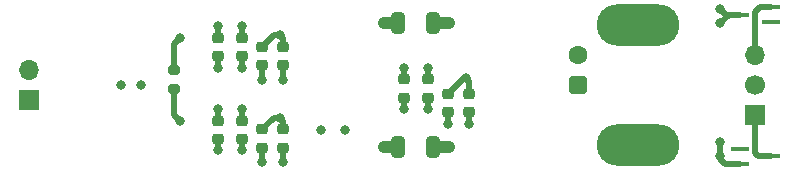
<source format=gbr>
%TF.GenerationSoftware,KiCad,Pcbnew,(6.0.10)*%
%TF.CreationDate,2023-06-04T13:07:17-04:00*%
%TF.ProjectId,diff-probe,64696666-2d70-4726-9f62-652e6b696361,A*%
%TF.SameCoordinates,PX1f78a40PY3750280*%
%TF.FileFunction,Copper,L4,Bot*%
%TF.FilePolarity,Positive*%
%FSLAX46Y46*%
G04 Gerber Fmt 4.6, Leading zero omitted, Abs format (unit mm)*
G04 Created by KiCad (PCBNEW (6.0.10)) date 2023-06-04 13:07:17*
%MOMM*%
%LPD*%
G01*
G04 APERTURE LIST*
G04 Aperture macros list*
%AMRoundRect*
0 Rectangle with rounded corners*
0 $1 Rounding radius*
0 $2 $3 $4 $5 $6 $7 $8 $9 X,Y pos of 4 corners*
0 Add a 4 corners polygon primitive as box body*
4,1,4,$2,$3,$4,$5,$6,$7,$8,$9,$2,$3,0*
0 Add four circle primitives for the rounded corners*
1,1,$1+$1,$2,$3*
1,1,$1+$1,$4,$5*
1,1,$1+$1,$6,$7*
1,1,$1+$1,$8,$9*
0 Add four rect primitives between the rounded corners*
20,1,$1+$1,$2,$3,$4,$5,0*
20,1,$1+$1,$4,$5,$6,$7,0*
20,1,$1+$1,$6,$7,$8,$9,0*
20,1,$1+$1,$8,$9,$2,$3,0*%
%AMHorizOval*
0 Thick line with rounded ends*
0 $1 width*
0 $2 $3 position (X,Y) of the first rounded end (center of the circle)*
0 $4 $5 position (X,Y) of the second rounded end (center of the circle)*
0 Add line between two ends*
20,1,$1,$2,$3,$4,$5,0*
0 Add two circle primitives to create the rounded ends*
1,1,$1,$2,$3*
1,1,$1,$4,$5*%
G04 Aperture macros list end*
%TA.AperFunction,SMDPad,CuDef*%
%ADD10R,1.500000X0.450000*%
%TD*%
%TA.AperFunction,ComponentPad*%
%ADD11O,7.000000X3.500000*%
%TD*%
%TA.AperFunction,ComponentPad*%
%ADD12RoundRect,0.400000X-0.400000X0.400000X-0.400000X-0.400000X0.400000X-0.400000X0.400000X0.400000X0*%
%TD*%
%TA.AperFunction,ComponentPad*%
%ADD13C,1.600000*%
%TD*%
%TA.AperFunction,ComponentPad*%
%ADD14R,1.700000X1.700000*%
%TD*%
%TA.AperFunction,ComponentPad*%
%ADD15O,1.700000X1.700000*%
%TD*%
%TA.AperFunction,SMDPad,CuDef*%
%ADD16RoundRect,0.250000X-0.325000X-0.650000X0.325000X-0.650000X0.325000X0.650000X-0.325000X0.650000X0*%
%TD*%
%TA.AperFunction,SMDPad,CuDef*%
%ADD17RoundRect,0.225000X-0.250000X0.225000X-0.250000X-0.225000X0.250000X-0.225000X0.250000X0.225000X0*%
%TD*%
%TA.AperFunction,SMDPad,CuDef*%
%ADD18RoundRect,0.250000X0.325000X0.650000X-0.325000X0.650000X-0.325000X-0.650000X0.325000X-0.650000X0*%
%TD*%
%TA.AperFunction,ComponentPad*%
%ADD19HorizOval,1.700000X0.000000X0.000000X0.000000X0.000000X0*%
%TD*%
%TA.AperFunction,SMDPad,CuDef*%
%ADD20RoundRect,0.200000X-0.275000X0.200000X-0.275000X-0.200000X0.275000X-0.200000X0.275000X0.200000X0*%
%TD*%
%TA.AperFunction,ViaPad*%
%ADD21C,0.800000*%
%TD*%
%TA.AperFunction,Conductor*%
%ADD22C,0.500000*%
%TD*%
%TA.AperFunction,Conductor*%
%ADD23C,1.000000*%
%TD*%
G04 APERTURE END LIST*
D10*
%TO.P,D2,3,K*%
%TO.N,/NEG*%
X64830000Y2000000D03*
%TO.P,D2,2,NC*%
%TO.N,unconnected-(D2-Pad2)*%
X62170000Y2650000D03*
%TO.P,D2,1,A*%
%TO.N,VSS*%
X62170000Y1350000D03*
%TD*%
%TO.P,D1,3,K*%
%TO.N,VDD*%
X62170000Y14000000D03*
%TO.P,D1,2,NC*%
%TO.N,unconnected-(D1-Pad2)*%
X64830000Y13350000D03*
%TO.P,D1,1,A*%
%TO.N,/POS*%
X64830000Y14650000D03*
%TD*%
D11*
%TO.P,J2,*%
%TO.N,*%
X53580000Y2920000D03*
X53580000Y13080000D03*
D12*
%TO.P,J2,1,In*%
%TO.N,/OUT*%
X48500000Y8000000D03*
D13*
%TO.P,J2,2,Ext*%
%TO.N,GND*%
X48500000Y10540000D03*
%TD*%
D14*
%TO.P,J1,1,Pin_1*%
%TO.N,/IN_POS*%
X2000000Y6730000D03*
D15*
%TO.P,J1,2,Pin_2*%
%TO.N,/IN_NEG*%
X2000000Y9270000D03*
%TD*%
D16*
%TO.P,C40,1*%
%TO.N,VDD*%
X33275000Y13250000D03*
%TO.P,C40,2*%
%TO.N,GND*%
X36225000Y13250000D03*
%TD*%
D17*
%TO.P,C13,1*%
%TO.N,GND*%
X18000000Y5025000D03*
%TO.P,C13,2*%
%TO.N,VSS*%
X18000000Y3475000D03*
%TD*%
D18*
%TO.P,C41,2*%
%TO.N,VSS*%
X33275000Y2750000D03*
%TO.P,C41,1*%
%TO.N,GND*%
X36225000Y2750000D03*
%TD*%
D17*
%TO.P,C23,1*%
%TO.N,GND*%
X18000000Y12025000D03*
%TO.P,C23,2*%
%TO.N,VSS*%
X18000000Y10475000D03*
%TD*%
%TO.P,C21,1*%
%TO.N,GND*%
X20000000Y12025000D03*
%TO.P,C21,2*%
%TO.N,VSS*%
X20000000Y10475000D03*
%TD*%
%TO.P,C33,1*%
%TO.N,GND*%
X33750000Y8525000D03*
%TO.P,C33,2*%
%TO.N,VSS*%
X33750000Y6975000D03*
%TD*%
D14*
%TO.P,J3,1,Pin_1*%
%TO.N,/NEG*%
X63500000Y5460000D03*
D19*
%TO.P,J3,2,Pin_2*%
%TO.N,GND*%
X63500000Y8000000D03*
D15*
%TO.P,J3,3,Pin_3*%
%TO.N,/POS*%
X63500000Y10540000D03*
%TD*%
D17*
%TO.P,C10,1*%
%TO.N,VDD*%
X23500000Y4275000D03*
%TO.P,C10,2*%
%TO.N,GND*%
X23500000Y2725000D03*
%TD*%
%TO.P,C11,1*%
%TO.N,GND*%
X20000000Y5025000D03*
%TO.P,C11,2*%
%TO.N,VSS*%
X20000000Y3475000D03*
%TD*%
%TO.P,C30,1*%
%TO.N,VDD*%
X39250000Y7275000D03*
%TO.P,C30,2*%
%TO.N,GND*%
X39250000Y5725000D03*
%TD*%
%TO.P,C22,1*%
%TO.N,VDD*%
X21750000Y11275000D03*
%TO.P,C22,2*%
%TO.N,GND*%
X21750000Y9725000D03*
%TD*%
D20*
%TO.P,R6,1*%
%TO.N,/FB_NEG*%
X14250000Y9325000D03*
%TO.P,R6,2*%
%TO.N,/FB_POS*%
X14250000Y7675000D03*
%TD*%
D17*
%TO.P,C31,1*%
%TO.N,GND*%
X35750000Y8525000D03*
%TO.P,C31,2*%
%TO.N,VSS*%
X35750000Y6975000D03*
%TD*%
%TO.P,C20,1*%
%TO.N,VDD*%
X23500000Y11275000D03*
%TO.P,C20,2*%
%TO.N,GND*%
X23500000Y9725000D03*
%TD*%
%TO.P,C32,1*%
%TO.N,VDD*%
X37500000Y7275000D03*
%TO.P,C32,2*%
%TO.N,GND*%
X37500000Y5725000D03*
%TD*%
%TO.P,C12,1*%
%TO.N,VDD*%
X21750000Y4275000D03*
%TO.P,C12,2*%
%TO.N,GND*%
X21750000Y2725000D03*
%TD*%
D21*
%TO.N,GND*%
X39250000Y4750000D03*
X18000000Y13000000D03*
X9750000Y8000000D03*
X23500000Y1500000D03*
X21750000Y1500000D03*
X20000000Y6000000D03*
X23500000Y8500000D03*
X21750000Y8500000D03*
X26750000Y4250000D03*
X37500000Y4750000D03*
X28750000Y4250000D03*
X18000000Y6000000D03*
X37500000Y13250000D03*
X37500000Y2750000D03*
X33750000Y9500000D03*
X35750000Y9500000D03*
X20000000Y13000000D03*
X11500000Y8000000D03*
%TO.N,VSS*%
X32000000Y2750000D03*
X60500000Y3250000D03*
X18000000Y2500000D03*
X20000000Y9500000D03*
X60500000Y2000000D03*
X18000000Y9500000D03*
X35750000Y6000000D03*
X20000000Y2500000D03*
X33750000Y6000000D03*
%TO.N,VDD*%
X60500000Y14500000D03*
X23250000Y5250000D03*
X39000000Y8600000D03*
X32000000Y13250000D03*
X60500000Y13250000D03*
X23250000Y12250000D03*
%TO.N,/FB_POS*%
X14750000Y5000000D03*
%TO.N,/FB_NEG*%
X14750000Y12000000D03*
%TD*%
D22*
%TO.N,VDD*%
X62170000Y14000000D02*
X61250000Y14000000D01*
X61250000Y14000000D02*
X60500000Y13250000D01*
%TO.N,/POS*%
X63500000Y14250000D02*
X63900000Y14650000D01*
%TO.N,VDD*%
X62170000Y14000000D02*
X61000000Y14000000D01*
X61000000Y14000000D02*
X60500000Y14500000D01*
%TO.N,/POS*%
X63900000Y14650000D02*
X64830000Y14650000D01*
X63500000Y10540000D02*
X63500000Y14250000D01*
%TO.N,/NEG*%
X63500000Y5460000D02*
X63500000Y2250000D01*
X63750000Y2000000D02*
X64830000Y2000000D01*
X63500000Y2250000D02*
X63750000Y2000000D01*
%TO.N,VSS*%
X60500000Y1750000D02*
X60500000Y3000000D01*
X60900000Y1350000D02*
X60500000Y1750000D01*
X62170000Y1350000D02*
X60900000Y1350000D01*
D23*
X33300000Y2750000D02*
X32025000Y2750000D01*
%TO.N,GND*%
X36250000Y2750000D02*
X37525000Y2750000D01*
D22*
X20000000Y5075000D02*
X20000000Y6000000D01*
X37500000Y5725000D02*
X37500000Y4750000D01*
X23500000Y9725000D02*
X23500000Y8500000D01*
X20000000Y12025000D02*
X20000000Y13000000D01*
X21750000Y2725000D02*
X21750000Y1500000D01*
X18000000Y5025000D02*
X18000000Y6000000D01*
D23*
X36250000Y13250000D02*
X37525000Y13250000D01*
D22*
X21750000Y9725000D02*
X21750000Y8500000D01*
X35750000Y8525000D02*
X35750000Y9500000D01*
X39250000Y5725000D02*
X39250000Y4750000D01*
X23500000Y2725000D02*
X23500000Y1500000D01*
X33750000Y8525000D02*
X33750000Y9500000D01*
X18000000Y12025000D02*
X18000000Y13000000D01*
%TO.N,VSS*%
X20000000Y10475000D02*
X20000000Y9500000D01*
X35750000Y6975000D02*
X35750000Y6000000D01*
X18000000Y10475000D02*
X18000000Y9500000D01*
X20000000Y3525000D02*
X20000000Y2500000D01*
X33750000Y6975000D02*
X33750000Y6000000D01*
X18000000Y3475000D02*
X18000000Y2500000D01*
%TO.N,VDD*%
X23500000Y11275000D02*
X23500000Y12000000D01*
X22725000Y5250000D02*
X21750000Y4275000D01*
X39250000Y8350000D02*
X39000000Y8600000D01*
X23500000Y5000000D02*
X23500000Y4275000D01*
X23500000Y12000000D02*
X23250000Y12250000D01*
X23250000Y5250000D02*
X22725000Y5250000D01*
X38825000Y8600000D02*
X39000000Y8600000D01*
X22725000Y12250000D02*
X23250000Y12250000D01*
X39250000Y7275000D02*
X39250000Y8350000D01*
X23250000Y5250000D02*
X23500000Y5000000D01*
X37500000Y7275000D02*
X38825000Y8600000D01*
X21750000Y11275000D02*
X22725000Y12250000D01*
D23*
X33300000Y13250000D02*
X32025000Y13250000D01*
D22*
%TO.N,/FB_POS*%
X14250000Y7675000D02*
X14250000Y5500000D01*
X14250000Y5500000D02*
X14750000Y5000000D01*
%TO.N,/FB_NEG*%
X14250000Y11500000D02*
X14250000Y9325000D01*
X14750000Y12000000D02*
X14250000Y11500000D01*
%TD*%
M02*

</source>
